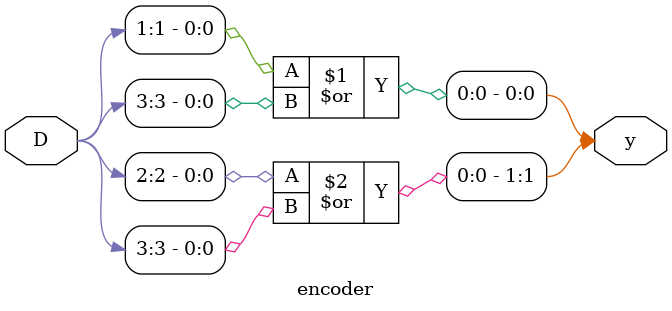
<source format=v>
module encoder(D,y);
  input [3:0]D;
  output [1:0]y;
  reg [1:0]t;
  
  assign y[0]=D[1]| D[3];
  assign y[1]=D[2]|D[3];
 // assign y=(D)?t:2'bxx;
  
endmodule

</source>
